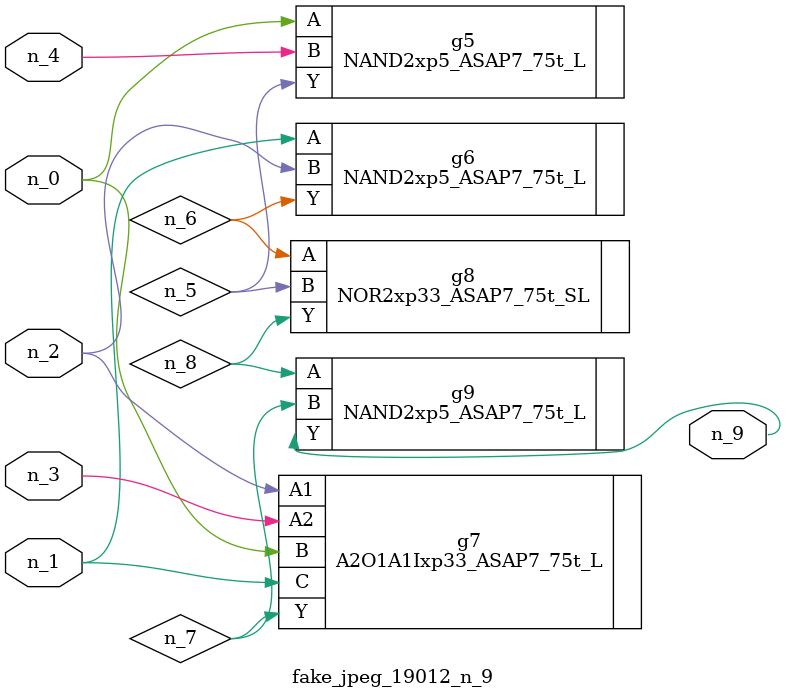
<source format=v>
module fake_jpeg_19012_n_9 (n_3, n_2, n_1, n_0, n_4, n_9);

input n_3;
input n_2;
input n_1;
input n_0;
input n_4;

output n_9;

wire n_8;
wire n_6;
wire n_5;
wire n_7;

NAND2xp5_ASAP7_75t_L g5 ( 
.A(n_0),
.B(n_4),
.Y(n_5)
);

NAND2xp5_ASAP7_75t_L g6 ( 
.A(n_1),
.B(n_2),
.Y(n_6)
);

A2O1A1Ixp33_ASAP7_75t_L g7 ( 
.A1(n_2),
.A2(n_3),
.B(n_0),
.C(n_1),
.Y(n_7)
);

NOR2xp33_ASAP7_75t_SL g8 ( 
.A(n_6),
.B(n_5),
.Y(n_8)
);

NAND2xp5_ASAP7_75t_L g9 ( 
.A(n_8),
.B(n_7),
.Y(n_9)
);


endmodule
</source>
